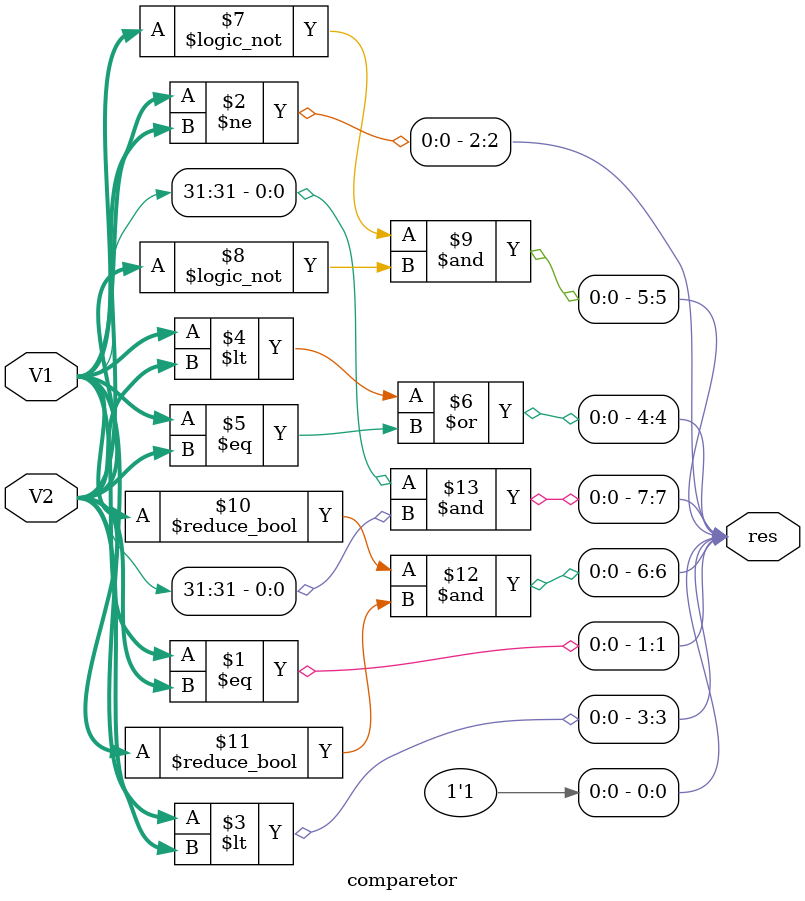
<source format=v>
module comparetor(
  output[7:0] res,
  input[31:0] V1,
  input[31:0] V2
  );
  localparam
    ALWAYS = 3'd0,
    EQ = 3'd1,
    NEQ = 3'd2,
    LT = 3'd3,
    LEQ = 3'd4,
    ZERO = 3'd5,
    NZ = 3'd6,
    LZ = 3'd7;

  assign res[0] = 1;
  assign res[1] = V1 == V2;
  assign res[2] = V1 != V2;
  assign res[3] = V1 < V2;
  assign res[4] = V1 < V2 | V1 == V2;
  assign res[5] = (V1 == 0) & (V2 == 0);
  assign res[6] = (V1 != 0) & (V2 != 0);
  assign res[7] = V1[31] & V2[31];
endmodule

</source>
